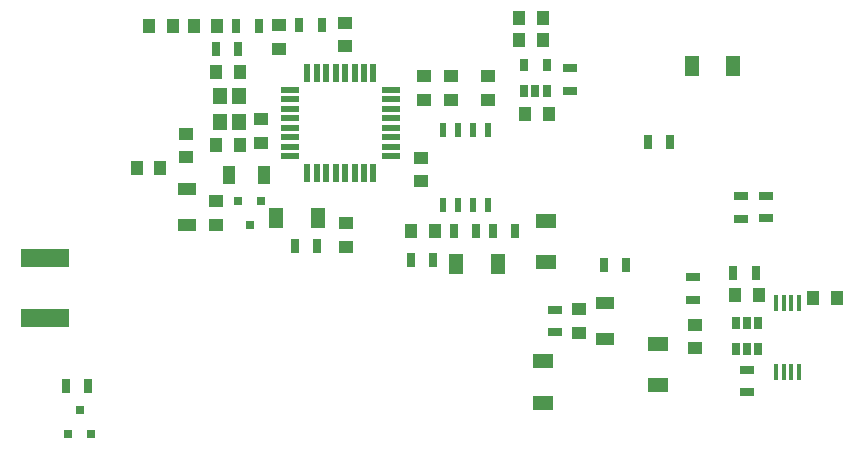
<source format=gbr>
G04 #@! TF.FileFunction,Paste,Bot*
%FSLAX46Y46*%
G04 Gerber Fmt 4.6, Leading zero omitted, Abs format (unit mm)*
G04 Created by KiCad (PCBNEW 4.0.5-e0-6337~49~ubuntu14.04.1) date Mon Feb 13 23:28:40 2017*
%MOMM*%
%LPD*%
G01*
G04 APERTURE LIST*
%ADD10C,0.150000*%
%ADD11R,1.600000X1.000000*%
%ADD12R,1.250000X1.000000*%
%ADD13R,1.000000X1.250000*%
%ADD14R,1.000000X1.600000*%
%ADD15R,0.700000X1.300000*%
%ADD16R,1.300000X0.700000*%
%ADD17R,0.800100X0.800100*%
%ADD18R,0.650000X1.060000*%
%ADD19R,1.600000X0.550000*%
%ADD20R,0.550000X1.600000*%
%ADD21R,0.450000X1.450000*%
%ADD22R,1.200000X1.400000*%
%ADD23R,1.300480X1.699260*%
%ADD24R,0.508000X1.143000*%
%ADD25R,1.699260X1.300480*%
%ADD26R,4.064000X1.524000*%
G04 APERTURE END LIST*
D10*
D11*
X127304800Y-101626800D03*
X127304800Y-98626800D03*
D12*
X147370800Y-91030300D03*
X147370800Y-89030300D03*
D13*
X148243800Y-102158800D03*
X146243800Y-102158800D03*
D12*
X149593300Y-89030300D03*
X149593300Y-91030300D03*
X135051800Y-84712300D03*
X135051800Y-86712300D03*
D13*
X129733800Y-94919800D03*
X131733800Y-94919800D03*
X131733800Y-88696800D03*
X129733800Y-88696800D03*
X129828800Y-84823300D03*
X127828800Y-84823300D03*
X157387800Y-86029800D03*
X155387800Y-86029800D03*
D12*
X129717800Y-101634800D03*
X129717800Y-99634800D03*
D13*
X157895800Y-92252800D03*
X155895800Y-92252800D03*
X180279800Y-107873800D03*
X182279800Y-107873800D03*
X173675800Y-107619800D03*
X175675800Y-107619800D03*
D12*
X133527800Y-94713300D03*
X133527800Y-92713300D03*
D13*
X157387800Y-84124800D03*
X155387800Y-84124800D03*
D14*
X133821300Y-97459800D03*
X130821300Y-97459800D03*
D13*
X125002800Y-96824800D03*
X123002800Y-96824800D03*
D12*
X127177800Y-95919800D03*
X127177800Y-93919800D03*
X140639800Y-86521800D03*
X140639800Y-84521800D03*
D13*
X126082300Y-84823300D03*
X124082300Y-84823300D03*
D12*
X140703300Y-101476300D03*
X140703300Y-103476300D03*
D15*
X138668800Y-84696300D03*
X136768800Y-84696300D03*
X131434800Y-84823300D03*
X133334800Y-84823300D03*
X129733000Y-86779100D03*
X131633000Y-86779100D03*
X153151800Y-102158800D03*
X155051800Y-102158800D03*
X166309000Y-94589600D03*
X168209000Y-94589600D03*
X173535300Y-105714800D03*
X175435300Y-105714800D03*
D16*
X174675800Y-113908800D03*
X174675800Y-115808800D03*
X159689800Y-88381800D03*
X159689800Y-90281800D03*
X176301400Y-99176800D03*
X176301400Y-101076800D03*
X174218600Y-101127600D03*
X174218600Y-99227600D03*
D17*
X131625300Y-99634040D03*
X133525300Y-99634040D03*
X132575300Y-101633020D03*
D18*
X157718800Y-90304800D03*
X156768800Y-90304800D03*
X155818800Y-90304800D03*
X155818800Y-88104800D03*
X157718800Y-88104800D03*
D19*
X136008800Y-95814800D03*
X136008800Y-95014800D03*
X136008800Y-94214800D03*
X136008800Y-93414800D03*
X136008800Y-92614800D03*
X136008800Y-91814800D03*
X136008800Y-91014800D03*
X136008800Y-90214800D03*
D20*
X137458800Y-88764800D03*
X138258800Y-88764800D03*
X139058800Y-88764800D03*
X139858800Y-88764800D03*
X140658800Y-88764800D03*
X141458800Y-88764800D03*
X142258800Y-88764800D03*
X143058800Y-88764800D03*
D19*
X144508800Y-90214800D03*
X144508800Y-91014800D03*
X144508800Y-91814800D03*
X144508800Y-92614800D03*
X144508800Y-93414800D03*
X144508800Y-94214800D03*
X144508800Y-95014800D03*
X144508800Y-95814800D03*
D20*
X143058800Y-97264800D03*
X142258800Y-97264800D03*
X141458800Y-97264800D03*
X140658800Y-97264800D03*
X139858800Y-97264800D03*
X139058800Y-97264800D03*
X138258800Y-97264800D03*
X137458800Y-97264800D03*
D18*
X175625800Y-112148800D03*
X174675800Y-112148800D03*
X173725800Y-112148800D03*
X173725800Y-109948800D03*
X175625800Y-109948800D03*
X174675800Y-109948800D03*
D21*
X179079800Y-114125800D03*
X178429800Y-114125800D03*
X177779800Y-114125800D03*
X177129800Y-114125800D03*
X177129800Y-108225800D03*
X177779800Y-108225800D03*
X178429800Y-108225800D03*
X179079800Y-108225800D03*
D22*
X131660800Y-90708300D03*
X131660800Y-92908300D03*
X130060800Y-90708300D03*
X130060800Y-92908300D03*
D23*
X173504860Y-88188800D03*
X170004740Y-88188800D03*
X134825740Y-101079300D03*
X138325860Y-101079300D03*
D15*
X136387800Y-103428800D03*
X138287800Y-103428800D03*
D12*
X152768300Y-91030300D03*
X152768300Y-89030300D03*
X147116800Y-95951800D03*
X147116800Y-97951800D03*
D15*
X149849800Y-102158800D03*
X151749800Y-102158800D03*
D24*
X152768300Y-93649800D03*
X151498300Y-93649800D03*
X150228300Y-93649800D03*
X148958300Y-93649800D03*
X148958300Y-99999800D03*
X150228300Y-99999800D03*
X151498300Y-99999800D03*
X152768300Y-99999800D03*
D12*
X170256200Y-110099600D03*
X170256200Y-112099600D03*
X160502600Y-110778800D03*
X160502600Y-108778800D03*
D11*
X162636200Y-108278800D03*
X162636200Y-111278800D03*
D25*
X167182800Y-115211860D03*
X167182800Y-111711740D03*
D23*
X153565860Y-104952800D03*
X150065740Y-104952800D03*
D25*
X157657800Y-104823260D03*
X157657800Y-101323140D03*
D17*
X119136200Y-119313960D03*
X117236200Y-119313960D03*
X118186200Y-117314980D03*
D15*
X162549800Y-105079800D03*
X164449800Y-105079800D03*
X118933000Y-115316000D03*
X117033000Y-115316000D03*
D16*
X158419800Y-110728800D03*
X158419800Y-108828800D03*
D15*
X146243000Y-104597200D03*
X148143000Y-104597200D03*
D16*
X170154600Y-106085600D03*
X170154600Y-107985600D03*
D25*
X157403800Y-113210340D03*
X157403800Y-116710460D03*
D26*
X115214400Y-104482900D03*
X115214400Y-109562900D03*
M02*

</source>
